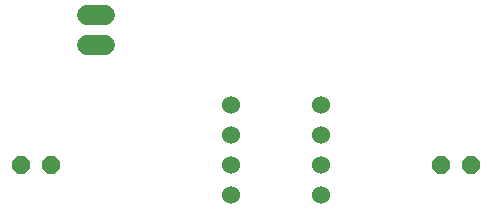
<source format=gbr>
G04 EAGLE Gerber RS-274X export*
G75*
%MOMM*%
%FSLAX34Y34*%
%LPD*%
%INSoldermask Bottom*%
%IPPOS*%
%AMOC8*
5,1,8,0,0,1.08239X$1,22.5*%
G01*
%ADD10C,1.524000*%
%ADD11C,1.727200*%
%ADD12P,1.649562X8X22.500000*%
%ADD13P,1.649562X8X202.500000*%


D10*
X215900Y215900D03*
X215900Y190500D03*
X292100Y190500D03*
X292100Y215900D03*
X215900Y165100D03*
X215900Y139700D03*
X292100Y165100D03*
X292100Y139700D03*
D11*
X109220Y266700D02*
X93980Y266700D01*
X93980Y292100D02*
X109220Y292100D01*
D12*
X38100Y165100D03*
X63500Y165100D03*
D13*
X419100Y165100D03*
X393700Y165100D03*
M02*

</source>
